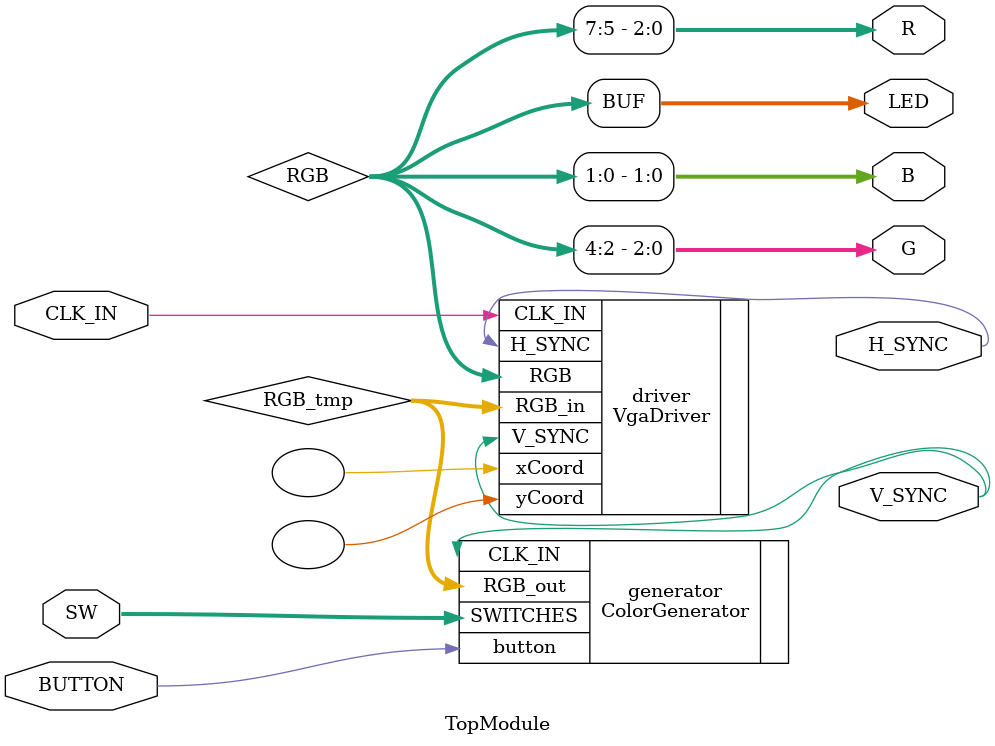
<source format=v>
`timescale 1ns / 1ps
module TopModule(
	input CLK_IN,
	input [2:0] SW,
	input BUTTON,
	output [7:0] LED,
	output H_SYNC,
	output V_SYNC,
	output [2:0] R,
	output [2:0] G,
	output [1:0] B
	);

	wire [7:0] RGB;
	wire [7:0] RGB_tmp;
	assign R = RGB[7:5];
	assign G = RGB[4:2];
	assign B = RGB[1:0];
	assign LED = RGB;
	
	ColorGenerator generator (
	 .CLK_IN(V_SYNC),
    .SWITCHES(SW), 
    .button(BUTTON), 
    .RGB_out(RGB_tmp)
    );


	VgaDriver driver (
    .CLK_IN(CLK_IN), 
    .H_SYNC(H_SYNC), 
    .V_SYNC(V_SYNC), 
    .RGB_in(RGB_tmp), 
    .RGB(RGB), 
    .xCoord(), 
    .yCoord()
    );


	

endmodule

</source>
